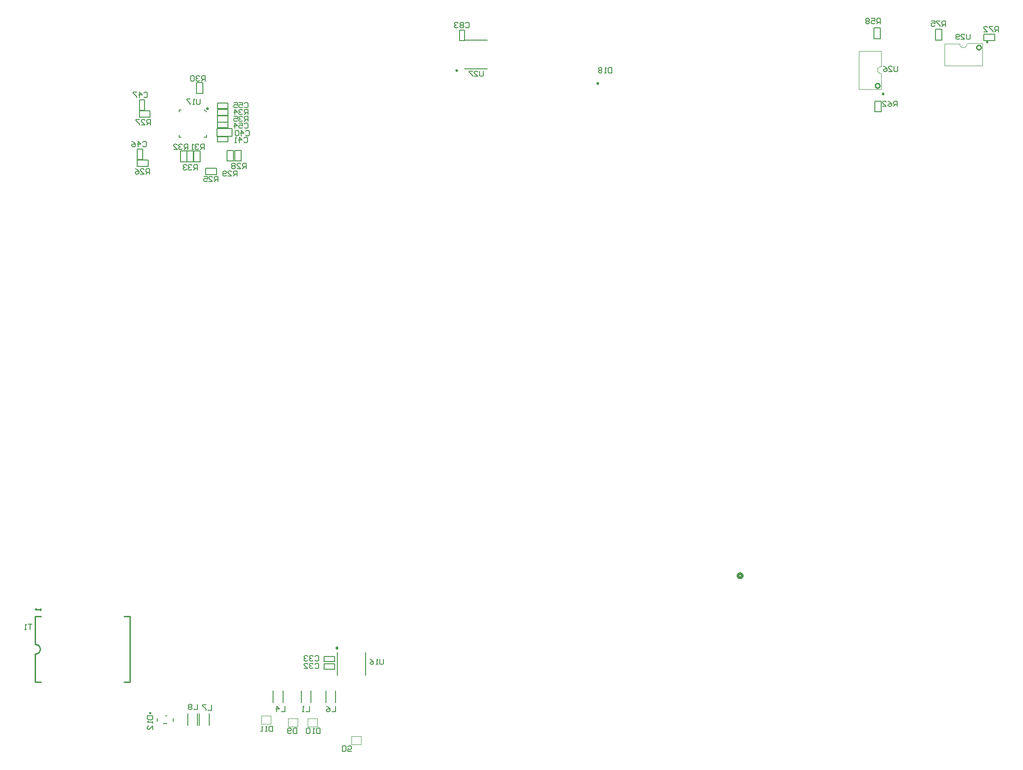
<source format=gbr>
%FSTAX23Y23*%
%MOIN*%
%SFA1B1*%

%IPPOS*%
%ADD196C,0.006000*%
%ADD204C,0.010000*%
%ADD205C,0.003937*%
%ADD206C,0.009842*%
%ADD207C,0.020000*%
%ADD208C,0.007874*%
%ADD209C,0.001000*%
%ADD210C,0.005906*%
%LNsyncbox_legend_bot-1*%
%LPD*%
G54D196*
X0182Y008D02*
D01*
X01819Y008*
X01819Y008*
X01819Y00801*
X01819Y00801*
X01819Y00801*
X01819Y00802*
X01819Y00802*
X01819Y00802*
X01819Y00802*
X01818Y00803*
X01818Y00803*
X01818Y00803*
X01818Y00803*
X01817Y00804*
X01817Y00804*
X01817Y00804*
X01816Y00804*
X01816Y00804*
X01816Y00804*
X01815Y00804*
X01815Y00804*
X01815Y00804*
X01814*
X01814Y00804*
X01814Y00804*
X01813Y00804*
X01813Y00804*
X01813Y00804*
X01812Y00804*
X01812Y00804*
X01812Y00804*
X01811Y00803*
X01811Y00803*
X01811Y00803*
X01811Y00803*
X0181Y00802*
X0181Y00802*
X0181Y00802*
X0181Y00802*
X0181Y00801*
X0181Y00801*
X0181Y00801*
X0181Y008*
X0181Y008*
X0181Y008*
X0181Y00799*
X0181Y00799*
X0181Y00798*
X0181Y00798*
X0181Y00798*
X0181Y00797*
X0181Y00797*
X0181Y00797*
X0181Y00797*
X01811Y00796*
X01811Y00796*
X01811Y00796*
X01811Y00796*
X01812Y00795*
X01812Y00795*
X01812Y00795*
X01813Y00795*
X01813Y00795*
X01813Y00795*
X01814Y00795*
X01814Y00795*
X01814Y00795*
X01815*
X01815Y00795*
X01815Y00795*
X01816Y00795*
X01816Y00795*
X01816Y00795*
X01817Y00795*
X01817Y00795*
X01817Y00795*
X01818Y00796*
X01818Y00796*
X01818Y00796*
X01818Y00796*
X01819Y00797*
X01819Y00797*
X01819Y00797*
X01819Y00797*
X01819Y00798*
X01819Y00798*
X01819Y00798*
X01819Y00799*
X01819Y00799*
X0182Y008*
X04111Y05511D02*
X04278D01*
X04111Y05718D02*
X04278D01*
X0191Y00723D02*
X01937D01*
X01983Y0074D02*
Y00761D01*
X01926Y00778D02*
X01937D01*
X01865Y0074D02*
Y00761D01*
X03388Y01076D02*
Y01243D01*
X03181Y01076D02*
Y01243D01*
G54D204*
X02237Y0522D02*
D01*
X02237Y0522*
X02237Y0522*
X02237Y05221*
X02237Y05221*
X02237Y05221*
X02236Y05222*
X02236Y05222*
X02236Y05222*
X02236Y05223*
X02236Y05223*
X02235Y05223*
X02235Y05223*
X02235Y05224*
X02235Y05224*
X02234Y05224*
X02234Y05224*
X02234Y05224*
X02233Y05224*
X02233Y05225*
X02233Y05225*
X02232Y05225*
X02232Y05225*
X02232*
X02231Y05225*
X02231Y05225*
X02231Y05225*
X0223Y05224*
X0223Y05224*
X0223Y05224*
X02229Y05224*
X02229Y05224*
X02229Y05224*
X02229Y05223*
X02228Y05223*
X02228Y05223*
X02228Y05223*
X02228Y05222*
X02227Y05222*
X02227Y05222*
X02227Y05221*
X02227Y05221*
X02227Y05221*
X02227Y0522*
X02227Y0522*
X02227Y0522*
X02227Y05219*
X02227Y05219*
X02227Y05219*
X02227Y05218*
X02227Y05218*
X02227Y05218*
X02227Y05217*
X02228Y05217*
X02228Y05217*
X02228Y05217*
X02228Y05216*
X02229Y05216*
X02229Y05216*
X02229Y05216*
X02229Y05215*
X0223Y05215*
X0223Y05215*
X0223Y05215*
X02231Y05215*
X02231Y05215*
X02231Y05215*
X02232Y05215*
X02232*
X02232Y05215*
X02233Y05215*
X02233Y05215*
X02233Y05215*
X02234Y05215*
X02234Y05215*
X02234Y05215*
X02235Y05216*
X02235Y05216*
X02235Y05216*
X02235Y05216*
X02236Y05217*
X02236Y05217*
X02236Y05217*
X02236Y05217*
X02236Y05218*
X02237Y05218*
X02237Y05218*
X02237Y05219*
X02237Y05219*
X02237Y05219*
X02237Y0522*
X07889Y05667D02*
D01*
X07889Y05668*
X07889Y05669*
X07889Y0567*
X07888Y05671*
X07888Y05672*
X07888Y05673*
X07887Y05674*
X07887Y05675*
X07886Y05676*
X07885Y05677*
X07884Y05678*
X07884Y05679*
X07883Y0568*
X07882Y0568*
X07881Y05681*
X0788Y05681*
X07879Y05682*
X07878Y05682*
X07877Y05683*
X07875Y05683*
X07874Y05683*
X07873Y05683*
X07872*
X07871Y05683*
X0787Y05683*
X07868Y05683*
X07867Y05682*
X07866Y05682*
X07865Y05681*
X07864Y05681*
X07863Y0568*
X07862Y0568*
X07861Y05679*
X07861Y05678*
X0786Y05677*
X07859Y05676*
X07858Y05675*
X07858Y05674*
X07857Y05673*
X07857Y05672*
X07857Y05671*
X07856Y0567*
X07856Y05669*
X07856Y05668*
X07856Y05667*
X07856Y05665*
X07856Y05664*
X07856Y05663*
X07857Y05662*
X07857Y05661*
X07857Y0566*
X07858Y05659*
X07858Y05658*
X07859Y05657*
X0786Y05656*
X07861Y05655*
X07861Y05654*
X07862Y05653*
X07863Y05653*
X07864Y05652*
X07865Y05652*
X07866Y05651*
X07867Y05651*
X07868Y0565*
X0787Y0565*
X07871Y0565*
X07872Y0565*
X07873*
X07874Y0565*
X07875Y0565*
X07877Y0565*
X07878Y05651*
X07879Y05651*
X0788Y05652*
X07881Y05652*
X07882Y05653*
X07883Y05653*
X07884Y05654*
X07884Y05655*
X07885Y05656*
X07886Y05657*
X07887Y05658*
X07887Y05659*
X07888Y0566*
X07888Y05661*
X07888Y05662*
X07889Y05663*
X07889Y05664*
X07889Y05665*
X07889Y05667*
X07148Y05387D02*
D01*
X07148Y05388*
X07148Y05389*
X07148Y05391*
X07147Y05392*
X07147Y05393*
X07147Y05394*
X07146Y05395*
X07146Y05396*
X07145Y05397*
X07144Y05398*
X07143Y05399*
X07143Y054*
X07142Y054*
X07141Y05401*
X0714Y05402*
X07139Y05402*
X07138Y05403*
X07137Y05403*
X07136Y05403*
X07134Y05404*
X07133Y05404*
X07132Y05404*
X07131*
X0713Y05404*
X07129Y05404*
X07127Y05403*
X07126Y05403*
X07125Y05403*
X07124Y05402*
X07123Y05402*
X07122Y05401*
X07121Y054*
X0712Y054*
X0712Y05399*
X07119Y05398*
X07118Y05397*
X07117Y05396*
X07117Y05395*
X07116Y05394*
X07116Y05393*
X07116Y05392*
X07115Y05391*
X07115Y05389*
X07115Y05388*
X07115Y05387*
X07115Y05386*
X07115Y05385*
X07115Y05384*
X07116Y05383*
X07116Y05381*
X07116Y0538*
X07117Y05379*
X07117Y05378*
X07118Y05377*
X07119Y05376*
X0712Y05376*
X0712Y05375*
X07121Y05374*
X07122Y05373*
X07123Y05373*
X07124Y05372*
X07125Y05372*
X07126Y05371*
X07127Y05371*
X07129Y05371*
X0713Y05371*
X07131Y05371*
X07132*
X07133Y05371*
X07134Y05371*
X07136Y05371*
X07137Y05371*
X07138Y05372*
X07139Y05372*
X0714Y05373*
X07141Y05373*
X07142Y05374*
X07143Y05375*
X07143Y05376*
X07144Y05376*
X07145Y05377*
X07146Y05378*
X07146Y05379*
X07147Y0538*
X07147Y05381*
X07147Y05383*
X07148Y05384*
X07148Y05385*
X07148Y05386*
X07148Y05387*
X04058Y05499D02*
D01*
X04058Y05499*
X04058Y05499*
X04058Y05499*
X04058Y055*
X04058Y055*
X04058Y055*
X04057Y05501*
X04057Y05501*
X04057Y05501*
X04057Y05501*
X04057Y05502*
X04056Y05502*
X04056Y05502*
X04056Y05502*
X04056Y05502*
X04055Y05503*
X04055Y05503*
X04055Y05503*
X04055Y05503*
X04054Y05503*
X04054Y05503*
X04054Y05503*
X04053*
X04053Y05503*
X04053Y05503*
X04052Y05503*
X04052Y05503*
X04052Y05503*
X04052Y05503*
X04051Y05502*
X04051Y05502*
X04051Y05502*
X04051Y05502*
X0405Y05502*
X0405Y05501*
X0405Y05501*
X0405Y05501*
X0405Y05501*
X04049Y055*
X04049Y055*
X04049Y055*
X04049Y05499*
X04049Y05499*
X04049Y05499*
X04049Y05499*
X04049Y05498*
X04049Y05498*
X04049Y05498*
X04049Y05497*
X04049Y05497*
X04049Y05497*
X0405Y05496*
X0405Y05496*
X0405Y05496*
X0405Y05496*
X0405Y05495*
X04051Y05495*
X04051Y05495*
X04051Y05495*
X04051Y05495*
X04052Y05494*
X04052Y05494*
X04052Y05494*
X04052Y05494*
X04053Y05494*
X04053Y05494*
X04053Y05494*
X04054*
X04054Y05494*
X04054Y05494*
X04055Y05494*
X04055Y05494*
X04055Y05494*
X04055Y05494*
X04056Y05495*
X04056Y05495*
X04056Y05495*
X04056Y05495*
X04057Y05495*
X04057Y05496*
X04057Y05496*
X04057Y05496*
X04057Y05496*
X04058Y05497*
X04058Y05497*
X04058Y05497*
X04058Y05498*
X04058Y05498*
X04058Y05498*
X04058Y05499*
X00973Y01232D02*
D01*
X00976Y01232*
X00978Y01232*
X0098Y01232*
X00983Y01233*
X00985Y01234*
X00987Y01235*
X0099Y01236*
X00992Y01237*
X00994Y01238*
X00996Y0124*
X00998Y01242*
X00999Y01243*
X01001Y01245*
X01002Y01247*
X01004Y01249*
X01005Y01252*
X01006Y01254*
X01007Y01256*
X01007Y01259*
X01008Y01261*
X01008Y01263*
X01008Y01266*
Y01268*
X01008Y01271*
X01008Y01273*
X01007Y01276*
X01007Y01278*
X01006Y0128*
X01005Y01283*
X01004Y01285*
X01002Y01287*
X01001Y01289*
X00999Y01291*
X00998Y01293*
X00996Y01294*
X00994Y01296*
X00992Y01297*
X0099Y01298*
X00987Y013*
X00985Y013*
X00983Y01301*
X0098Y01302*
X00978Y01302*
X00976Y01302*
X00973Y01303*
X03179Y01271D02*
D01*
X03179Y01271*
X03179Y01271*
X0318Y01271*
X0318Y01271*
X0318Y01271*
X03181Y01271*
X03181Y01271*
X03182Y01271*
X03182Y01272*
X03182Y01272*
X03183Y01272*
X03183Y01272*
X03183Y01273*
X03183Y01273*
X03184Y01273*
X03184Y01274*
X03184Y01274*
X03184Y01275*
X03184Y01275*
X03184Y01275*
X03184Y01276*
X03184Y01276*
Y01277*
X03184Y01277*
X03184Y01277*
X03184Y01278*
X03184Y01278*
X03184Y01279*
X03184Y01279*
X03184Y01279*
X03183Y0128*
X03183Y0128*
X03183Y0128*
X03183Y01281*
X03182Y01281*
X03182Y01281*
X03182Y01281*
X03181Y01281*
X03181Y01282*
X0318Y01282*
X0318Y01282*
X0318Y01282*
X03179Y01282*
X03179Y01282*
X03179Y01282*
X03178Y01282*
X03178Y01282*
X03177Y01282*
X03177Y01282*
X03177Y01282*
X03176Y01282*
X03176Y01281*
X03175Y01281*
X03175Y01281*
X03175Y01281*
X03174Y01281*
X03174Y0128*
X03174Y0128*
X03174Y0128*
X03173Y01279*
X03173Y01279*
X03173Y01279*
X03173Y01278*
X03173Y01278*
X03173Y01277*
X03173Y01277*
X03173Y01277*
Y01276*
X03173Y01276*
X03173Y01275*
X03173Y01275*
X03173Y01275*
X03173Y01274*
X03173Y01274*
X03173Y01273*
X03174Y01273*
X03174Y01273*
X03174Y01272*
X03174Y01272*
X03175Y01272*
X03175Y01272*
X03175Y01271*
X03176Y01271*
X03176Y01271*
X00973Y01027D02*
X01016D01*
X01623D02*
X01666D01*
X00973Y01507D02*
X01016D01*
X01623D02*
X01666D01*
Y01027D02*
Y01507D01*
X00973Y01027D02*
Y01229D01*
Y01305D02*
Y01507D01*
X01012Y01562D02*
Y01549D01*
Y01556*
X00972*
X00979Y01562*
G54D205*
X07733Y05691D02*
D01*
X07733Y05689*
X07733Y05687*
X07733Y05685*
X07733Y05684*
X07734Y05682*
X07735Y0568*
X07735Y05679*
X07736Y05677*
X07737Y05676*
X07738Y05674*
X0774Y05673*
X07741Y05672*
X07742Y05671*
X07744Y0567*
X07745Y05669*
X07747Y05668*
X07748Y05667*
X0775Y05667*
X07751Y05666*
X07753Y05666*
X07755Y05666*
X07757Y05666*
X07758*
X0776Y05666*
X07762Y05666*
X07764Y05666*
X07765Y05667*
X07767Y05667*
X07768Y05668*
X0777Y05669*
X07771Y0567*
X07773Y05671*
X07774Y05672*
X07775Y05673*
X07777Y05674*
X07778Y05676*
X07779Y05677*
X0778Y05679*
X0778Y0568*
X07781Y05682*
X07782Y05684*
X07782Y05685*
X07782Y05687*
X07782Y05689*
X07783Y05691*
X07156Y05527D02*
D01*
X07154Y05527*
X07152Y05527*
X0715Y05527*
X07149Y05526*
X07147Y05526*
X07145Y05525*
X07144Y05524*
X07142Y05523*
X07141Y05522*
X07139Y05521*
X07138Y0552*
X07137Y05519*
X07136Y05518*
X07135Y05516*
X07134Y05515*
X07133Y05513*
X07132Y05512*
X07132Y0551*
X07131Y05508*
X07131Y05507*
X07131Y05505*
X07131Y05503*
Y05501*
X07131Y055*
X07131Y05498*
X07131Y05496*
X07132Y05494*
X07132Y05493*
X07133Y05491*
X07134Y0549*
X07135Y05488*
X07136Y05487*
X07137Y05485*
X07138Y05484*
X07139Y05483*
X07141Y05482*
X07142Y05481*
X07144Y0548*
X07145Y05479*
X07147Y05479*
X07149Y05478*
X0715Y05478*
X07152Y05477*
X07154Y05477*
X07156Y05477*
X07785Y05695D02*
X07899D01*
X07621Y05532D02*
Y05693D01*
Y05532D02*
X07899D01*
Y05695*
X07621Y05693D02*
X07732D01*
X0716Y05361D02*
Y05475D01*
X06997Y05639D02*
X07158D01*
X06997Y05361D02*
Y05639D01*
Y05361D02*
X0716D01*
X07158Y05527D02*
Y05639D01*
G54D206*
X07928Y05707D02*
D01*
X07928Y05707*
X07928Y05706*
X07928Y05706*
X07928Y05706*
X07928Y05705*
X07928Y05705*
X07928Y05705*
X07928Y05704*
X07929Y05704*
X07929Y05704*
X07929Y05704*
X07929Y05703*
X07929Y05703*
X0793Y05703*
X0793Y05703*
X0793Y05703*
X07931Y05702*
X07931Y05702*
X07931Y05702*
X07932Y05702*
X07932Y05702*
X07932Y05702*
X07933*
X07933Y05702*
X07933Y05702*
X07934Y05702*
X07934Y05702*
X07934Y05702*
X07935Y05703*
X07935Y05703*
X07935Y05703*
X07936Y05703*
X07936Y05703*
X07936Y05704*
X07936Y05704*
X07936Y05704*
X07937Y05704*
X07937Y05705*
X07937Y05705*
X07937Y05705*
X07937Y05706*
X07937Y05706*
X07937Y05706*
X07937Y05707*
X07937Y05707*
X07937Y05707*
X07937Y05708*
X07937Y05708*
X07937Y05708*
X07937Y05709*
X07937Y05709*
X07937Y05709*
X07937Y0571*
X07936Y0571*
X07936Y0571*
X07936Y0571*
X07936Y05711*
X07936Y05711*
X07935Y05711*
X07935Y05711*
X07935Y05711*
X07934Y05712*
X07934Y05712*
X07934Y05712*
X07933Y05712*
X07933Y05712*
X07933Y05712*
X07932*
X07932Y05712*
X07932Y05712*
X07931Y05712*
X07931Y05712*
X07931Y05712*
X0793Y05711*
X0793Y05711*
X0793Y05711*
X07929Y05711*
X07929Y05711*
X07929Y0571*
X07929Y0571*
X07929Y0571*
X07928Y0571*
X07928Y05709*
X07928Y05709*
X07928Y05709*
X07928Y05708*
X07928Y05708*
X07928Y05708*
X07928Y05707*
X07172Y05332D02*
D01*
X07172Y05332*
X07171Y05332*
X07171Y05332*
X07171Y05332*
X0717Y05332*
X0717Y05332*
X0717Y05332*
X07169Y05331*
X07169Y05331*
X07169Y05331*
X07169Y05331*
X07168Y0533*
X07168Y0533*
X07168Y0533*
X07168Y0533*
X07168Y05329*
X07167Y05329*
X07167Y05329*
X07167Y05328*
X07167Y05328*
X07167Y05328*
X07167Y05327*
Y05327*
X07167Y05327*
X07167Y05326*
X07167Y05326*
X07167Y05326*
X07167Y05325*
X07168Y05325*
X07168Y05325*
X07168Y05324*
X07168Y05324*
X07168Y05324*
X07169Y05324*
X07169Y05323*
X07169Y05323*
X07169Y05323*
X0717Y05323*
X0717Y05323*
X0717Y05323*
X07171Y05322*
X07171Y05322*
X07171Y05322*
X07172Y05322*
X07172Y05322*
X07172Y05322*
X07173Y05322*
X07173Y05322*
X07173Y05322*
X07174Y05323*
X07174Y05323*
X07174Y05323*
X07175Y05323*
X07175Y05323*
X07175Y05323*
X07175Y05324*
X07176Y05324*
X07176Y05324*
X07176Y05324*
X07176Y05325*
X07176Y05325*
X07177Y05325*
X07177Y05326*
X07177Y05326*
X07177Y05326*
X07177Y05327*
X07177Y05327*
Y05327*
X07177Y05328*
X07177Y05328*
X07177Y05328*
X07177Y05329*
X07177Y05329*
X07176Y05329*
X07176Y0533*
X07176Y0533*
X07176Y0533*
X07176Y0533*
X07175Y05331*
X07175Y05331*
X07175Y05331*
X07175Y05331*
X07174Y05332*
X07174Y05332*
X07174Y05332*
X07173Y05332*
X07173Y05332*
X07173Y05332*
X07172Y05332*
X0509Y05405D02*
D01*
X05089Y05405*
X05089Y05405*
X05089Y05406*
X05089Y05406*
X05089Y05406*
X05089Y05407*
X05089Y05407*
X05089Y05407*
X05089Y05407*
X05088Y05408*
X05088Y05408*
X05088Y05408*
X05088Y05408*
X05087Y05409*
X05087Y05409*
X05087Y05409*
X05086Y05409*
X05086Y05409*
X05086Y05409*
X05085Y05409*
X05085Y05409*
X05085Y05409*
X05084*
X05084Y05409*
X05084Y05409*
X05083Y05409*
X05083Y05409*
X05083Y05409*
X05082Y05409*
X05082Y05409*
X05082Y05409*
X05082Y05408*
X05081Y05408*
X05081Y05408*
X05081Y05408*
X05081Y05407*
X0508Y05407*
X0508Y05407*
X0508Y05407*
X0508Y05406*
X0508Y05406*
X0508Y05406*
X0508Y05405*
X0508Y05405*
X0508Y05405*
X0508Y05404*
X0508Y05404*
X0508Y05403*
X0508Y05403*
X0508Y05403*
X0508Y05402*
X0508Y05402*
X0508Y05402*
X05081Y05402*
X05081Y05401*
X05081Y05401*
X05081Y05401*
X05082Y05401*
X05082Y054*
X05082Y054*
X05082Y054*
X05083Y054*
X05083Y054*
X05083Y054*
X05084Y054*
X05084Y054*
X05084Y054*
X05085*
X05085Y054*
X05085Y054*
X05086Y054*
X05086Y054*
X05086Y054*
X05087Y054*
X05087Y054*
X05087Y054*
X05088Y05401*
X05088Y05401*
X05088Y05401*
X05088Y05401*
X05089Y05402*
X05089Y05402*
X05089Y05402*
X05089Y05402*
X05089Y05403*
X05089Y05403*
X05089Y05403*
X05089Y05404*
X05089Y05404*
X0509Y05405*
G54D207*
X06142Y01803D02*
D01*
X06142Y01804*
X06142Y01805*
X06142Y01806*
X06142Y01807*
X06142Y01808*
X06141Y01809*
X06141Y0181*
X0614Y01811*
X0614Y01812*
X06139Y01813*
X06138Y01813*
X06138Y01814*
X06137Y01815*
X06136Y01815*
X06135Y01816*
X06134Y01816*
X06133Y01817*
X06132Y01817*
X06131Y01817*
X0613Y01818*
X06129Y01818*
X06128Y01818*
X06127*
X06126Y01818*
X06125Y01818*
X06124Y01817*
X06123Y01817*
X06122Y01817*
X06121Y01816*
X0612Y01816*
X06119Y01815*
X06118Y01815*
X06117Y01814*
X06117Y01813*
X06116Y01813*
X06115Y01812*
X06115Y01811*
X06114Y0181*
X06114Y01809*
X06113Y01808*
X06113Y01807*
X06113Y01806*
X06113Y01805*
X06113Y01804*
X06112Y01803*
X06113Y01802*
X06113Y01801*
X06113Y018*
X06113Y01799*
X06113Y01798*
X06114Y01797*
X06114Y01796*
X06115Y01795*
X06115Y01794*
X06116Y01793*
X06117Y01793*
X06117Y01792*
X06118Y01791*
X06119Y0179*
X0612Y0179*
X06121Y01789*
X06122Y01789*
X06123Y01789*
X06124Y01788*
X06125Y01788*
X06126Y01788*
X06127Y01788*
X06128*
X06129Y01788*
X0613Y01788*
X06131Y01788*
X06132Y01789*
X06133Y01789*
X06134Y01789*
X06135Y0179*
X06136Y0179*
X06137Y01791*
X06138Y01792*
X06138Y01793*
X06139Y01793*
X0614Y01794*
X0614Y01795*
X06141Y01796*
X06141Y01797*
X06142Y01798*
X06142Y01799*
X06142Y018*
X06142Y01801*
X06142Y01802*
X06142Y01803*
G54D208*
X02025Y0521D02*
X02038D01*
X0221D02*
X02225Y05195D01*
X02025D02*
Y0521D01*
Y0501D02*
X02038D01*
X0221D02*
X02223D01*
X02225D02*
Y05025D01*
X02025Y0501D02*
Y05025D01*
X02089Y00709D02*
Y00795D01*
X0216Y00709D02*
Y00795D01*
X02174Y00709D02*
Y00795D01*
X02245Y00709D02*
Y00795D01*
X03099Y00876D02*
Y00963D01*
X0317Y00876D02*
Y00963D01*
X02714Y00876D02*
Y00963D01*
X02785Y00876D02*
Y00963D01*
X02918Y00876D02*
Y00963D01*
X02989Y00876D02*
Y00963D01*
X07556Y05799D02*
X07603D01*
X07556Y0572D02*
Y05799D01*
Y0572D02*
X07603D01*
Y05799*
X0791Y05716D02*
Y05763D01*
Y05716D02*
X07989D01*
Y05763*
X0791D02*
X07989D01*
X07111Y05195D02*
X07158D01*
Y05274*
X07111D02*
X07158D01*
X07111Y05195D02*
Y05274D01*
X07106Y0573D02*
X07153D01*
Y05809*
X07106D02*
X07153D01*
X07106Y0573D02*
Y05809D01*
X02384Y05121D02*
Y05168D01*
X02305D02*
X02384D01*
X02305Y05121D02*
Y05168D01*
Y05121D02*
X02384D01*
X02384Y05166D02*
Y05213D01*
X02305D02*
X02384D01*
X02305Y05166D02*
Y05213D01*
Y05166D02*
X02384D01*
X02081Y04909D02*
X02128D01*
X02081Y0483D02*
Y04909D01*
Y0483D02*
X02128D01*
Y04909*
X02036D02*
X02083D01*
X02036Y0483D02*
Y04909D01*
Y0483D02*
X02083D01*
Y04909*
X02131Y0483D02*
X02178D01*
Y04909*
X02131D02*
X02178D01*
X02131Y0483D02*
Y04909D01*
X02151Y0533D02*
X02198D01*
Y05409*
X02151D02*
X02198D01*
X02151Y0533D02*
Y05409D01*
X02376Y04914D02*
X02423D01*
X02376Y04835D02*
Y04914D01*
Y04835D02*
X02423D01*
Y04914*
X02431D02*
X02478D01*
X02431Y04835D02*
Y04914D01*
Y04835D02*
X02478D01*
Y04914*
X01814Y05156D02*
Y05203D01*
X01735D02*
X01814D01*
X01735Y05156D02*
Y05203D01*
Y05156D02*
X01814D01*
X0172Y04796D02*
Y04843D01*
Y04796D02*
X01799D01*
Y04843*
X0172D02*
X01799D01*
X0222Y04736D02*
Y04783D01*
Y04736D02*
X02299D01*
Y04783*
X0222D02*
X02299D01*
X02304Y05072D02*
X02414D01*
Y05017D02*
Y05072D01*
X02304Y05017D02*
X02414D01*
X02304D02*
Y05072D01*
X04075Y05794D02*
X04114D01*
Y05715D02*
Y05794D01*
X04075Y05715D02*
X04114D01*
X04075D02*
Y05794D01*
X02305Y0522D02*
Y05259D01*
X02384*
Y0522D02*
Y05259D01*
X02305Y0522D02*
X02384D01*
X02384Y0508D02*
Y05119D01*
X02305Y0508D02*
X02384D01*
X02305D02*
Y05119D01*
X02384*
X01735Y05205D02*
X01774D01*
X01735D02*
Y05284D01*
X01774*
Y05205D02*
Y05284D01*
X0172Y04924D02*
X01759D01*
Y04845D02*
Y04924D01*
X0172Y04845D02*
X01759D01*
X0172D02*
Y04924D01*
X02305Y04975D02*
Y05014D01*
X02384*
Y04975D02*
Y05014D01*
X02305Y04975D02*
X02384D01*
X03164Y01175D02*
Y01214D01*
X03085Y01175D02*
X03164D01*
X03085D02*
Y01214D01*
X03164*
Y0112D02*
Y01159D01*
X03085Y0112D02*
X03164D01*
X03085D02*
Y01159D01*
X03164*
G54D209*
X02665Y00779D02*
X02695D01*
X0266D02*
X02665D01*
X02695Y00719D02*
Y00779D01*
X02625D02*
X02665D01*
X02625Y00719D02*
Y00779D01*
Y00719D02*
X02695D01*
X03007Y00759D02*
X03037D01*
X03002D02*
X03007D01*
X03037Y00699D02*
Y00759D01*
X02967D02*
X03007D01*
X02967Y00699D02*
Y00759D01*
Y00699D02*
X03037D01*
X02823Y007D02*
X02853D01*
X02858*
X02823D02*
Y0076D01*
X02853Y007D02*
X02893D01*
Y0076*
X02823D02*
X02893D01*
X03285Y0057D02*
X03315D01*
X0332*
X03285D02*
Y0063D01*
X03315Y0057D02*
X03355D01*
Y0063*
X03285D02*
X03355D01*
G54D210*
X0352Y01194D02*
Y01161D01*
X03513Y01155*
X035*
X03493Y01161*
Y01194*
X0348Y01155D02*
X03467D01*
X03474*
Y01194*
X0348Y01187*
X03421Y01194D02*
X03434Y01187D01*
X03447Y01174*
Y01161*
X03441Y01155*
X03428*
X03421Y01161*
Y01168*
X03428Y01174*
X03447*
X0425Y05494D02*
Y05461D01*
X04243Y05455*
X0423*
X04223Y05461*
Y05494*
X04184Y05455D02*
X0421D01*
X04184Y05481*
Y05487*
X0419Y05494*
X04204*
X0421Y05487*
X04171Y05494D02*
X04145D01*
Y05487*
X04171Y05461*
Y05455*
X03018Y01157D02*
X03025Y01164D01*
X03038*
X03045Y01157*
Y01131*
X03038Y01125*
X03025*
X03018Y01131*
X03005Y01157D02*
X02999Y01164D01*
X02985*
X02979Y01157*
Y01151*
X02985Y01144*
X02992*
X02985*
X02979Y01138*
Y01131*
X02985Y01125*
X02999*
X03005Y01131*
X0294Y01125D02*
X02966D01*
X0294Y01151*
Y01157*
X02946Y01164*
X02959*
X02966Y01157*
X03018Y01212D02*
X03025Y01219D01*
X03038*
X03045Y01212*
Y01186*
X03038Y0118*
X03025*
X03018Y01186*
X03005Y01212D02*
X02999Y01219D01*
X02985*
X02979Y01212*
Y01206*
X02985Y01199*
X02992*
X02985*
X02979Y01193*
Y01186*
X02985Y0118*
X02999*
X03005Y01186*
X02966Y01212D02*
X02959Y01219D01*
X02946*
X0294Y01212*
Y01206*
X02946Y01199*
X02953*
X02946*
X0294Y01193*
Y01186*
X02946Y0118*
X02959*
X02966Y01186*
X02513Y05052D02*
X0252Y05059D01*
X02533*
X0254Y05052*
Y05026*
X02533Y0502*
X0252*
X02513Y05026*
X0248Y0502D02*
Y05059D01*
X025Y05039*
X02474*
X02461Y05052D02*
X02454Y05059D01*
X02441*
X02435Y05052*
Y05026*
X02441Y0502*
X02454*
X02461Y05026*
Y05052*
X02498Y05002D02*
X02505Y05009D01*
X02518*
X02525Y05002*
Y04976*
X02518Y0497*
X02505*
X02498Y04976*
X02465Y0497D02*
Y05009D01*
X02485Y04989*
X02459*
X02446Y0497D02*
X02433D01*
X02439*
Y05009*
X02446Y05002*
X01758Y04972D02*
X01765Y04979D01*
X01778*
X01785Y04972*
Y04946*
X01778Y0494*
X01765*
X01758Y04946*
X01725Y0494D02*
Y04979D01*
X01745Y04959*
X01719*
X0168Y04979D02*
X01693Y04972D01*
X01706Y04959*
Y04946*
X01699Y0494*
X01686*
X0168Y04946*
Y04953*
X01686Y04959*
X01706*
X01768Y05332D02*
X01774Y05339D01*
X01787*
X01794Y05332*
Y05306*
X01787Y053*
X01774*
X01768Y05306*
X01735Y053D02*
Y05339D01*
X01755Y05319*
X01728*
X01715Y05339D02*
X01689D01*
Y05332*
X01715Y05306*
Y053*
X02503Y05107D02*
X0251Y05114D01*
X02523*
X0253Y05107*
Y05081*
X02523Y05075*
X0251*
X02503Y05081*
X02464Y05114D02*
X0249D01*
Y05094*
X02477Y05101*
X0247*
X02464Y05094*
Y05081*
X0247Y05075*
X02484*
X0249Y05081*
X02431Y05075D02*
Y05114D01*
X02451Y05094*
X02425*
X02503Y05257D02*
X0251Y05264D01*
X02523*
X0253Y05257*
Y05231*
X02523Y05225*
X0251*
X02503Y05231*
X02464Y05264D02*
X0249D01*
Y05244*
X02477Y05251*
X0247*
X02464Y05244*
Y05231*
X0247Y05225*
X02484*
X0249Y05231*
X02425Y05264D02*
X02451D01*
Y05244*
X02438Y05251*
X02431*
X02425Y05244*
Y05231*
X02431Y05225*
X02444*
X02451Y05231*
X04118Y05842D02*
X04125Y05849D01*
X04138*
X04145Y05842*
Y05816*
X04138Y0581*
X04125*
X04118Y05816*
X04105Y05842D02*
X04099Y05849D01*
X04085*
X04079Y05842*
Y05836*
X04085Y05829*
X04079Y05823*
Y05816*
X04085Y0581*
X04099*
X04105Y05816*
Y05823*
X04099Y05829*
X04105Y05836*
Y05842*
X04099Y05829D02*
X04085D01*
X04066Y05842D02*
X04059Y05849D01*
X04046*
X0404Y05842*
Y05836*
X04046Y05829*
X04053*
X04046*
X0404Y05823*
Y05816*
X04046Y0581*
X04059*
X04066Y05816*
X0322Y0052D02*
Y0056D01*
X03239*
X03246Y00553*
Y00527*
X03239Y0052*
X0322*
X03285D02*
X03259D01*
Y0054*
X03272Y00533*
X03279*
X03285Y0054*
Y00553*
X03279Y0056*
X03265*
X03259Y00553*
X02885Y00689D02*
Y0065D01*
X02865*
X02858Y00656*
Y00682*
X02865Y00689*
X02885*
X02845Y00656D02*
X02839Y0065D01*
X02825*
X02819Y00656*
Y00682*
X02825Y00689*
X02839*
X02845Y00682*
Y00676*
X02839Y00669*
X02819*
X03055Y00688D02*
Y00649D01*
X03035*
X03029Y00655*
Y00682*
X03035Y00688*
X03055*
X03016Y00649D02*
X03003D01*
X03009*
Y00688*
X03016Y00682*
X02983D02*
X02976Y00688D01*
X02963*
X02957Y00682*
Y00655*
X02963Y00649*
X02976*
X02983Y00655*
Y00682*
X0271Y00704D02*
Y00665D01*
X0269*
X02683Y00671*
Y00697*
X0269Y00704*
X0271*
X0267Y00665D02*
X02657D01*
X02664*
Y00704*
X0267Y00697*
X02637Y00665D02*
X02624D01*
X02631*
Y00704*
X02637Y00697*
X01794Y00778D02*
X01834D01*
Y00758*
X01827Y00751*
X01801*
X01794Y00758*
Y00778*
X01834Y00738D02*
Y00725D01*
Y00732*
X01794*
X01801Y00738*
X01834Y00679D02*
Y00705D01*
X01807Y00679*
X01801*
X01794Y00686*
Y00699*
X01801Y00705*
X0519Y05519D02*
Y0548D01*
X0517*
X05163Y05486*
Y05512*
X0517Y05519*
X0519*
X0515Y0548D02*
X05137D01*
X05144*
Y05519*
X0515Y05512*
X05117D02*
X05111Y05519D01*
X05098*
X05091Y05512*
Y05506*
X05098Y05499*
X05091Y05493*
Y05486*
X05098Y0548*
X05111*
X05117Y05486*
Y05493*
X05111Y05499*
X05117Y05506*
Y05512*
X05111Y05499D02*
X05098D01*
X0298Y00849D02*
Y0081D01*
X02953*
X0294D02*
X02927D01*
X02934*
Y00849*
X0294Y00842*
X028Y00849D02*
Y0081D01*
X02773*
X0274D02*
Y00849D01*
X0276Y00829*
X02734*
X0317Y00849D02*
Y0081D01*
X03143*
X03104Y00849D02*
X03117Y00842D01*
X0313Y00829*
Y00816*
X03124Y0081*
X0311*
X03104Y00816*
Y00823*
X0311Y00829*
X0313*
X02261Y00861D02*
Y00821D01*
X02235*
X02222Y00861D02*
X02196D01*
Y00854*
X02222Y00828*
Y00821*
X0216Y00864D02*
Y00825D01*
X02133*
X0212Y00857D02*
X02114Y00864D01*
X021*
X02094Y00857*
Y00851*
X021Y00844*
X02094Y00838*
Y00831*
X021Y00825*
X02114*
X0212Y00831*
Y00838*
X02114Y00844*
X0212Y00851*
Y00857*
X02114Y00844D02*
X021D01*
X0231Y04685D02*
Y04724D01*
X0229*
X02283Y04717*
Y04704*
X0229Y04698*
X0231*
X02296D02*
X02283Y04685D01*
X02244D02*
X0227D01*
X02244Y04711*
Y04717*
X0225Y04724*
X02264*
X0227Y04717*
X02205Y04724D02*
X02231D01*
Y04704*
X02218Y04711*
X02211*
X02205Y04704*
Y04691*
X02211Y04685*
X02224*
X02231Y04691*
X0181Y0474D02*
Y04779D01*
X0179*
X01783Y04772*
Y04759*
X0179Y04753*
X0181*
X01796D02*
X01783Y0474D01*
X01744D02*
X0177D01*
X01744Y04766*
Y04772*
X0175Y04779*
X01764*
X0177Y04772*
X01705Y04779D02*
X01718Y04772D01*
X01731Y04759*
Y04746*
X01724Y0474*
X01711*
X01705Y04746*
Y04753*
X01711Y04759*
X01731*
X01815Y051D02*
Y05139D01*
X01795*
X01788Y05132*
Y05119*
X01795Y05113*
X01815*
X01801D02*
X01788Y051D01*
X01749D02*
X01775D01*
X01749Y05126*
Y05132*
X01755Y05139*
X01769*
X01775Y05132*
X01736Y05139D02*
X0171D01*
Y05132*
X01736Y05106*
Y051*
X02515Y0478D02*
Y04819D01*
X02495*
X02488Y04812*
Y04799*
X02495Y04793*
X02515*
X02501D02*
X02488Y0478D01*
X02449D02*
X02475D01*
X02449Y04806*
Y04812*
X02455Y04819*
X02469*
X02475Y04812*
X02436D02*
X02429Y04819D01*
X02416*
X0241Y04812*
Y04806*
X02416Y04799*
X0241Y04793*
Y04786*
X02416Y0478*
X02429*
X02436Y04786*
Y04793*
X02429Y04799*
X02436Y04806*
Y04812*
X02429Y04799D02*
X02416D01*
X0245Y04725D02*
Y04764D01*
X0243*
X02423Y04757*
Y04744*
X0243Y04738*
X0245*
X02436D02*
X02423Y04725D01*
X02384D02*
X0241D01*
X02384Y04751*
Y04757*
X0239Y04764*
X02404*
X0241Y04757*
X02371Y04731D02*
X02364Y04725D01*
X02351*
X02345Y04731*
Y04757*
X02351Y04764*
X02364*
X02371Y04757*
Y04751*
X02364Y04744*
X02345*
X02215Y0542D02*
Y05459D01*
X02195*
X02188Y05452*
Y05439*
X02195Y05433*
X02215*
X02201D02*
X02188Y0542D01*
X02175Y05452D02*
X02169Y05459D01*
X02155*
X02149Y05452*
Y05446*
X02155Y05439*
X02162*
X02155*
X02149Y05433*
Y05426*
X02155Y0542*
X02169*
X02175Y05426*
X02136Y05452D02*
X02129Y05459D01*
X02116*
X0211Y05452*
Y05426*
X02116Y0542*
X02129*
X02136Y05426*
Y05452*
X0221Y0492D02*
Y04959D01*
X0219*
X02183Y04952*
Y04939*
X0219Y04933*
X0221*
X02196D02*
X02183Y0492D01*
X0217Y04952D02*
X02164Y04959D01*
X0215*
X02144Y04952*
Y04946*
X0215Y04939*
X02157*
X0215*
X02144Y04933*
Y04926*
X0215Y0492*
X02164*
X0217Y04926*
X02131Y0492D02*
X02118D01*
X02124*
Y04959*
X02131Y04952*
X0209Y0492D02*
Y04959D01*
X0207*
X02063Y04952*
Y04939*
X0207Y04933*
X0209*
X02076D02*
X02063Y0492D01*
X0205Y04952D02*
X02044Y04959D01*
X0203*
X02024Y04952*
Y04946*
X0203Y04939*
X02037*
X0203*
X02024Y04933*
Y04926*
X0203Y0492*
X02044*
X0205Y04926*
X01985Y0492D02*
X02011D01*
X01985Y04946*
Y04952*
X01991Y04959*
X02004*
X02011Y04952*
X0216Y0477D02*
Y04809D01*
X0214*
X02133Y04802*
Y04789*
X0214Y04783*
X0216*
X02146D02*
X02133Y0477D01*
X0212Y04802D02*
X02114Y04809D01*
X021*
X02094Y04802*
Y04796*
X021Y04789*
X02107*
X021*
X02094Y04783*
Y04776*
X021Y0477*
X02114*
X0212Y04776*
X02081Y04802D02*
X02074Y04809D01*
X02061*
X02055Y04802*
Y04796*
X02061Y04789*
X02068*
X02061*
X02055Y04783*
Y04776*
X02061Y0477*
X02074*
X02081Y04776*
X0253Y05175D02*
Y05214D01*
X0251*
X02503Y05207*
Y05194*
X0251Y05188*
X0253*
X02516D02*
X02503Y05175D01*
X0249Y05207D02*
X02484Y05214D01*
X0247*
X02464Y05207*
Y05201*
X0247Y05194*
X02477*
X0247*
X02464Y05188*
Y05181*
X0247Y05175*
X02484*
X0249Y05181*
X02431Y05175D02*
Y05214D01*
X02451Y05194*
X02425*
X0253Y05125D02*
Y05164D01*
X0251*
X02503Y05157*
Y05144*
X0251Y05138*
X0253*
X02516D02*
X02503Y05125D01*
X0249Y05157D02*
X02484Y05164D01*
X0247*
X02464Y05157*
Y05151*
X0247Y05144*
X02477*
X0247*
X02464Y05138*
Y05131*
X0247Y05125*
X02484*
X0249Y05131*
X02425Y05164D02*
X02451D01*
Y05144*
X02438Y05151*
X02431*
X02425Y05144*
Y05131*
X02431Y05125*
X02444*
X02451Y05131*
X07152Y05838D02*
Y05878D01*
X07132*
X07125Y05871*
Y05858*
X07132Y05851*
X07152*
X07138D02*
X07125Y05838D01*
X07086Y05878D02*
X07112D01*
Y05858*
X07099Y05864*
X07092*
X07086Y05858*
Y05845*
X07092Y05838*
X07106*
X07112Y05845*
X07073Y05871D02*
X07066Y05878D01*
X07053*
X07047Y05871*
Y05864*
X07053Y05858*
X07047Y05851*
Y05845*
X07053Y05838*
X07066*
X07073Y05845*
Y05851*
X07066Y05858*
X07073Y05864*
Y05871*
X07066Y05858D02*
X07053D01*
X07275Y05235D02*
Y05274D01*
X07255*
X07248Y05267*
Y05254*
X07255Y05248*
X07275*
X07261D02*
X07248Y05235D01*
X07209Y05274D02*
X07222Y05267D01*
X07235Y05254*
Y05241*
X07229Y05235*
X07215*
X07209Y05241*
Y05248*
X07215Y05254*
X07235*
X0717Y05235D02*
X07196D01*
X0717Y05261*
Y05267*
X07176Y05274*
X07189*
X07196Y05267*
X08015Y0578D02*
Y05819D01*
X07995*
X07988Y05812*
Y05799*
X07995Y05793*
X08015*
X08001D02*
X07988Y0578D01*
X07975Y05819D02*
X07949D01*
Y05812*
X07975Y05786*
Y0578*
X0791D02*
X07936D01*
X0791Y05806*
Y05812*
X07916Y05819*
X07929*
X07936Y05812*
X0763Y0582D02*
Y05859D01*
X0761*
X07603Y05853*
Y05839*
X0761Y05833*
X0763*
X07616D02*
X07603Y0582D01*
X0759Y05859D02*
X07564D01*
Y05853*
X0759Y05826*
Y0582*
X07525Y05859D02*
X07551D01*
Y05839*
X07538Y05846*
X07531*
X07525Y05839*
Y05826*
X07531Y0582*
X07544*
X07551Y05826*
X0095Y01449D02*
X00923D01*
X00936*
Y0141*
X0091D02*
X00897D01*
X00904*
Y01449*
X0091Y01442*
X0218Y05289D02*
Y05256D01*
X02173Y0525*
X0216*
X02153Y05256*
Y05289*
X0214Y0525D02*
X02127D01*
X02134*
Y05289*
X0214Y05282*
X02107Y05289D02*
X02081D01*
Y05282*
X02107Y05256*
Y0525*
X0728Y05529D02*
Y05496D01*
X07273Y0549*
X0726*
X07253Y05496*
Y05529*
X07214Y0549D02*
X0724D01*
X07214Y05516*
Y05522*
X0722Y05529*
X07234*
X0724Y05522*
X07175Y05529D02*
X07188Y05522D01*
X07201Y05509*
Y05496*
X07194Y0549*
X07181*
X07175Y05496*
Y05503*
X07181Y05509*
X07201*
X0781Y05764D02*
Y05731D01*
X07803Y05725*
X0779*
X07783Y05731*
Y05764*
X07744Y05725D02*
X0777D01*
X07744Y05751*
Y05757*
X0775Y05764*
X07764*
X0777Y05757*
X07731Y05731D02*
X07724Y05725D01*
X07711*
X07705Y05731*
Y05757*
X07711Y05764*
X07724*
X07731Y05757*
Y05751*
X07724Y05744*
X07705*
M02*
</source>
